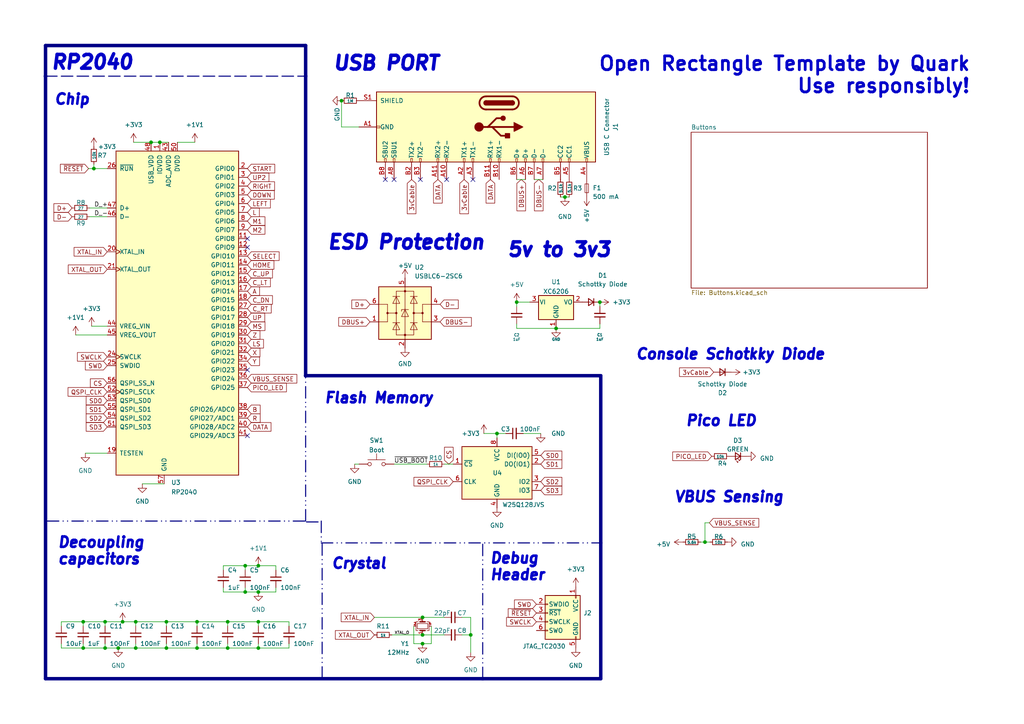
<source format=kicad_sch>
(kicad_sch (version 20231120) (generator "eeschema") (generator_version "8.0")
  (paper "A4")
  (lib_symbols
    (symbol "Connector:USB_C_Receptacle" (pin_names (offset 1.016))
      (property "Reference" "J" (at -10.16 29.21 0))
      (property "Value" "USB_C_Receptacle" (at 10.16 29.21 0))
      (symbol "USB_C_Receptacle_1_1"
        (pin passive line (at 0 -40.64 90) (length 5.08) (name "GND") (number "A1"))
        (pin bidirectional line (at 15.24 -15.24 180) (length 5.08) (name "RX2-") (number "A10"))
        (pin bidirectional line (at 15.24 -17.78 180) (length 5.08) (name "RX2+") (number "A11"))
        (pin passive line (at 0 -40.64 90) (length 5.08) hide (name "GND") (number "A12"))
        (pin bidirectional line (at 15.24 -10.16 180) (length 5.08) (name "TX1+") (number "A2"))
        (pin bidirectional line (at 15.24 -7.62 180) (length 5.08) (name "TX1-") (number "A3"))
        (pin passive line (at 15.24 25.4 180) (length 5.08) (name "VBUS") (number "A4"))
        (pin bidirectional line (at 15.24 20.32 180) (length 5.08) (name "CC1") (number "A5"))
        (pin bidirectional line (at 15.24 7.62 180) (length 5.08) (name "D+") (number "A6"))
        (pin bidirectional line (at 15.24 12.7 180) (length 5.08) (name "D-") (number "A7"))
        (pin bidirectional line (at 15.24 -30.48 180) (length 5.08) (name "SBU1") (number "A8"))
        (pin passive line (at 15.24 25.4 180) (length 5.08) hide (name "VBUS") (number "A9"))
        (pin passive line (at 0 -40.64 90) (length 5.08) hide (name "GND") (number "B1"))
        (pin bidirectional line (at 15.24 0 180) (length 5.08) (name "RX1-") (number "B10"))
        (pin bidirectional line (at 15.24 -2.54 180) (length 5.08) (name "RX1+") (number "B11"))
        (pin passive line (at 0 -40.64 90) (length 5.08) hide (name "GND") (number "B12"))
        (pin bidirectional line (at 15.24 -25.4 180) (length 5.08) (name "TX2+") (number "B2"))
        (pin bidirectional line (at 15.24 -22.86 180) (length 5.08) (name "TX2-") (number "B3"))
        (pin passive line (at 15.24 25.4 180) (length 5.08) hide (name "VBUS") (number "B4"))
        (pin bidirectional line (at 15.24 17.78 180) (length 5.08) (name "CC2") (number "B5"))
        (pin bidirectional line (at 15.24 5.08 180) (length 5.08) (name "D+") (number "B6"))
        (pin bidirectional line (at 15.24 10.16 180) (length 5.08) (name "D-") (number "B7"))
        (pin bidirectional line (at 15.24 -33.02 180) (length 5.08) (name "SBU2") (number "B8"))
        (pin passive line (at 15.24 25.4 180) (length 5.08) hide (name "VBUS") (number "B9"))
        (pin passive line (at -7.62 -40.64 90) (length 5.08) (name "SHIELD") (number "S1"))
      )
    )
    (symbol "Device:C_Small" (pin_numbers hide) (pin_names (offset 0.254) hide)
      (property "Reference" "C" (at 0.254 1.778 0))
      (property "Value" "C_Small" (at 0.254 -2.032 0))
      (symbol "C_Small_1_1"
        (pin passive line (at 0 2.54 270) (length 2.032) (name "~") (number "1"))
        (pin passive line (at 0 -2.54 90) (length 2.032) (name "~") (number "2"))
      )
    )
    (symbol "Device:Crystal_GND24_Small" (pin_names (offset 1.016) hide)
      (property "Reference" "Y" (at 1.27 4.445 0))
      (property "Value" "Crystal_GND24_Small" (at 1.27 2.54 0))
      (symbol "Crystal_GND24_Small_1_1"
        (pin passive line (at -2.54 0 0) (length 1.27) (name "1") (number "1"))
        (pin passive line (at 0 -2.54 90) (length 0.635) (name "2") (number "2"))
        (pin passive line (at 2.54 0 180) (length 1.27) (name "3") (number "3"))
        (pin passive line (at 0 2.54 270) (length 0.635) (name "4") (number "4"))
      )
    )
    (symbol "Device:D_Small" (pin_numbers hide) (pin_names (offset 0.254) hide)
      (property "Reference" "D" (at -1.27 2.032 0))
      (property "Value" "D_Small" (at -3.81 -2.032 0))
      (symbol "D_Small_1_1"
        (pin passive line (at -2.54 0 0) (length 1.778) (name "K") (number "1"))
        (pin passive line (at 2.54 0 180) (length 1.778) (name "A") (number "2"))
      )
    )
    (symbol "Device:Fuse_Small" (pin_numbers hide) (pin_names (offset 0.254) hide)
      (property "Reference" "F" (at 0 -1.524 0))
      (property "Value" "Fuse_Small" (at 0 1.524 0))
      (symbol "Fuse_Small_1_1"
        (pin passive line (at -2.54 0 0) (length 1.27) (name "~") (number "1"))
        (pin passive line (at 2.54 0 180) (length 1.27) (name "~") (number "2"))
      )
    )
    (symbol "Device:LED_Small" (pin_numbers hide) (pin_names (offset 0.254) hide)
      (property "Reference" "D" (at -1.27 3.175 0))
      (property "Value" "LED_Small" (at -4.445 -2.54 0))
      (symbol "LED_Small_1_1"
        (pin passive line (at -2.54 0 0) (length 1.778) (name "K") (number "1"))
        (pin passive line (at 2.54 0 180) (length 1.778) (name "A") (number "2"))
      )
    )
    (symbol "Device:R_Small" (pin_numbers hide) (pin_names (offset 0.254) hide)
      (property "Reference" "R" (at 0.762 0.508 0))
      (property "Value" "R_Small" (at 0.762 -1.016 0))
      (symbol "R_Small_1_1"
        (pin passive line (at 0 2.54 270) (length 0.762) (name "~") (number "1"))
        (pin passive line (at 0 -2.54 90) (length 0.762) (name "~") (number "2"))
      )
    )
    (symbol "Memory_Flash:W25Q128JVS"
      (property "Reference" "U" (at -8.89 8.89 0))
      (property "Value" "W25Q128JVS" (at 7.62 8.89 0))
      (symbol "W25Q128JVS_1_1"
        (pin input line (at -12.7 2.54 0) (length 2.54) (name "~{CS}") (number "1"))
        (pin bidirectional line (at 12.7 2.54 180) (length 2.54) (name "DO(IO1)") (number "2"))
        (pin bidirectional line (at 12.7 -2.54 180) (length 2.54) (name "IO2") (number "3"))
        (pin power_in line (at 0 -10.16 90) (length 2.54) (name "GND") (number "4"))
        (pin bidirectional line (at 12.7 5.08 180) (length 2.54) (name "DI(IO0)") (number "5"))
        (pin input line (at -12.7 -2.54 0) (length 2.54) (name "CLK") (number "6"))
        (pin bidirectional line (at 12.7 -5.08 180) (length 2.54) (name "IO3") (number "7"))
        (pin power_in line (at 0 10.16 270) (length 2.54) (name "VCC") (number "8"))
      )
    )
    (symbol "Power_Protection:USBLC6-2SC6" (pin_names hide)
      (property "Reference" "U" (at 2.54 8.89 0))
      (property "Value" "USBLC6-2SC6" (at 2.54 -8.89 0))
      (symbol "USBLC6-2SC6_1_1"
        (pin passive line (at -10.16 -2.54 0) (length 2.54) (name "I/O1") (number "1"))
        (pin passive line (at 0 -10.16 90) (length 2.54) (name "GND") (number "2"))
        (pin passive line (at 10.16 -2.54 180) (length 2.54) (name "I/O2") (number "3"))
        (pin passive line (at 10.16 2.54 180) (length 2.54) (name "I/O2") (number "4"))
        (pin passive line (at 0 10.16 270) (length 2.54) (name "VBUS") (number "5"))
        (pin passive line (at -10.16 2.54 0) (length 2.54) (name "I/O1") (number "6"))
      )
    )
    (symbol "Regulator_Linear:XC6206PxxxMR" (pin_names (offset 0.254))
      (property "Reference" "U" (at -3.81 3.175 0))
      (property "Value" "XC6206PxxxMR" (at 0 3.175 0))
      (symbol "XC6206PxxxMR_1_1"
        (pin power_in line (at 0 -7.62 90) (length 2.54) (name "GND") (number "1"))
        (pin power_out line (at 7.62 0 180) (length 2.54) (name "VO") (number "2"))
        (pin power_in line (at -7.62 0 0) (length 2.54) (name "VI") (number "3"))
      )
    )
    (symbol "Sleep-lib:RP2040" (pin_names (offset 1.016))
      (property "Reference" "U" (at 8.89 51.435 0))
      (property "Value" "RP2040" (at 8.89 48.895 0))
      (symbol "RP2040_1_1"
        (pin power_in line (at -5.08 50.8 270) (length 2.54) (name "IOVDD") (number "1"))
        (pin power_in line (at -5.08 50.8 270) (length 2.54) hide (name "IOVDD") (number "10"))
        (pin input line (at 20.32 22.86 180) (length 2.54) (name "GPIO8") (number "11"))
        (pin input line (at 20.32 20.32 180) (length 2.54) (name "GPIO9") (number "12"))
        (pin input line (at 20.32 17.78 180) (length 2.54) (name "GPIO10") (number "13"))
        (pin input line (at 20.32 15.24 180) (length 2.54) (name "GPIO11") (number "14"))
        (pin input line (at 20.32 12.7 180) (length 2.54) (name "GPIO12") (number "15"))
        (pin input line (at 20.32 10.16 180) (length 2.54) (name "GPIO13") (number "16"))
        (pin input line (at 20.32 7.62 180) (length 2.54) (name "GPIO14") (number "17"))
        (pin input line (at 20.32 5.08 180) (length 2.54) (name "GPIO15") (number "18"))
        (pin input line (at -20.32 -39.37 0) (length 2.54) (name "TESTEN") (number "19"))
        (pin input line (at 20.32 43.18 180) (length 2.54) (name "GPIO0") (number "2"))
        (pin input clock (at -20.32 19.05 0) (length 2.54) (name "XTAL_IN") (number "20"))
        (pin input clock (at -20.32 13.97 0) (length 2.54) (name "XTAL_OUT") (number "21"))
        (pin power_in line (at -5.08 50.8 270) (length 2.54) hide (name "IOVDD") (number "22"))
        (pin power_in line (at 0 50.8 270) (length 2.54) hide (name "DVDD") (number "23"))
        (pin input clock (at -20.32 -11.43 0) (length 2.54) (name "SWCLK") (number "24"))
        (pin bidirectional line (at -20.32 -13.97 0) (length 2.54) (name "SWDIO") (number "25"))
        (pin input line (at -20.32 43.18 0) (length 2.54) (name "~{RUN}") (number "26"))
        (pin input line (at 20.32 2.54 180) (length 2.54) (name "GPIO16") (number "27"))
        (pin input line (at 20.32 0 180) (length 2.54) (name "GPIO17") (number "28"))
        (pin input line (at 20.32 -2.54 180) (length 2.54) (name "GPIO18") (number "29"))
        (pin input line (at 20.32 40.64 180) (length 2.54) (name "GPIO1") (number "3"))
        (pin input line (at 20.32 -5.08 180) (length 2.54) (name "GPIO19") (number "30"))
        (pin input line (at 20.32 -7.62 180) (length 2.54) (name "GPIO20") (number "31"))
        (pin input line (at 20.32 -10.16 180) (length 2.54) (name "GPIO21") (number "32"))
        (pin power_in line (at -5.08 50.8 270) (length 2.54) hide (name "IOVDD") (number "33"))
        (pin input line (at 20.32 -12.7 180) (length 2.54) (name "GPIO22") (number "34"))
        (pin input line (at 20.32 -15.24 180) (length 2.54) (name "GPIO23") (number "35"))
        (pin input line (at 20.32 -17.78 180) (length 2.54) (name "GPIO24") (number "36"))
        (pin input line (at 20.32 -20.32 180) (length 2.54) (name "GPIO25") (number "37"))
        (pin input line (at 20.32 -26.67 180) (length 2.54) (name "GPIO26/ADC0") (number "38"))
        (pin input line (at 20.32 -29.21 180) (length 2.54) (name "GPIO27/ADC1") (number "39"))
        (pin input line (at 20.32 38.1 180) (length 2.54) (name "GPIO2") (number "4"))
        (pin input line (at 20.32 -31.75 180) (length 2.54) (name "GPIO28/ADC2") (number "40"))
        (pin input line (at 20.32 -34.29 180) (length 2.54) (name "GPIO29/ADC3") (number "41"))
        (pin power_in line (at -5.08 50.8 270) (length 2.54) hide (name "IOVDD") (number "42"))
        (pin power_in line (at -2.54 50.8 270) (length 2.54) (name "ADC_AVDD") (number "43"))
        (pin power_in line (at -20.32 -2.54 0) (length 2.54) (name "VREG_VIN") (number "44"))
        (pin power_out line (at -20.32 -5.08 0) (length 2.54) (name "VREG_VOUT") (number "45"))
        (pin bidirectional line (at -20.32 29.21 0) (length 2.54) (name "D-") (number "46"))
        (pin bidirectional line (at -20.32 31.75 0) (length 2.54) (name "D+") (number "47"))
        (pin power_in line (at -7.62 50.8 270) (length 2.54) (name "USB_VDD") (number "48"))
        (pin power_in line (at -5.08 50.8 270) (length 2.54) hide (name "IOVDD") (number "49"))
        (pin input line (at 20.32 35.56 180) (length 2.54) (name "GPIO3") (number "5"))
        (pin power_in line (at 0 50.8 270) (length 2.54) (name "DVDD") (number "50"))
        (pin bidirectional line (at -20.32 -31.75 0) (length 2.54) (name "QSPI_SD3") (number "51"))
        (pin input clock (at -20.32 -21.59 0) (length 2.54) (name "QSPI_SCLK") (number "52"))
        (pin bidirectional line (at -20.32 -24.13 0) (length 2.54) (name "QSPI_SD0") (number "53"))
        (pin bidirectional line (at -20.32 -29.21 0) (length 2.54) (name "QSPI_SD2") (number "54"))
        (pin bidirectional line (at -20.32 -26.67 0) (length 2.54) (name "QSPI_SD1") (number "55"))
        (pin bidirectional line (at -20.32 -19.05 0) (length 2.54) (name "QSPI_SS_N") (number "56"))
        (pin power_in line (at -3.81 -48.26 90) (length 2.54) (name "GND") (number "57"))
        (pin input line (at 20.32 33.02 180) (length 2.54) (name "GPIO4") (number "6"))
        (pin input line (at 20.32 30.48 180) (length 2.54) (name "GPIO5") (number "7"))
        (pin input line (at 20.32 27.94 180) (length 2.54) (name "GPIO6") (number "8"))
        (pin input line (at 20.32 25.4 180) (length 2.54) (name "GPIO7") (number "9"))
      )
    )
    (symbol "Switch:SW_Push" (pin_numbers hide) (pin_names (offset 1.016) hide)
      (property "Reference" "SW" (at 1.27 2.54 0))
      (property "Value" "SW_Push" (at 0 -1.524 0))
      (symbol "SW_Push_0_1"
        (pin passive line (at -5.08 0 0) (length 2.54) (name "1") (number "1"))
        (pin passive line (at 5.08 0 180) (length 2.54) (name "2") (number "2"))
      )
    )
    (symbol "marbastlib-various:JTAG_TC2030" (pin_names (offset 1.016))
      (property "Reference" "J" (at -3.81 -6.35 0))
      (property "Value" "JTAG_TC2030" (at -10.16 8.89 0))
      (symbol "JTAG_TC2030_1_1"
        (pin passive line (at 5.08 10.16 270) (length 2.54) (name "VCC") (number "1"))
        (pin passive line (at -6.35 5.08 0) (length 2.54) (name "SWDIO") (number "2"))
        (pin passive line (at -6.35 2.54 0) (length 2.54) (name "~{RST}") (number "3"))
        (pin passive line (at -6.35 0 0) (length 2.54) (name "SWCLK") (number "4"))
        (pin passive line (at 5.08 -7.62 90) (length 2.54) (name "GND") (number "5"))
        (pin passive line (at -6.35 -2.54 0) (length 2.54) (name "SWO") (number "6"))
      )
    )
    (symbol "power:+1V1" (power) (pin_names (offset 0))
      (property "Value" "+1V1" (at 0 3.556 0))
      (symbol "+1V1_1_1"
        (pin power_in line (at 0 0 90) (length 0) hide (name "+1V1") (number "1"))
      )
    )
    (symbol "power:+3.3V" (power) (pin_names (offset 0))
      (property "Value" "+3.3V" (at 0 3.556 0))
      (symbol "+3.3V_1_1"
        (pin power_in line (at 0 0 90) (length 0) hide (name "+3V3") (number "1"))
      )
    )
    (symbol "power:+3V3" (power) (pin_names (offset 0))
      (property "Value" "+3V3" (at 0 3.556 0))
      (symbol "+3V3_1_1"
        (pin power_in line (at 0 0 90) (length 0) hide (name "+3V3") (number "1"))
      )
    )
    (symbol "power:+5V" (power) (pin_names (offset 0))
      (property "Value" "+5V" (at 0 3.556 0))
      (symbol "+5V_1_1"
        (pin power_in line (at 0 0 90) (length 0) hide (name "+5V") (number "1"))
      )
    )
    (symbol "power:GND" (power) (pin_names (offset 0))
      (property "Value" "GND" (at 0 -3.81 0))
      (symbol "GND_1_1"
        (pin power_in line (at 0 0 270) (length 0) hide (name "GND") (number "1"))
      )
    )
  )
  (junction (at 74.93 164.084))
  (junction (at 140.001 196.85))
  (junction (at 39.37 187.96))
  (junction (at 57.15 180.34))
  (junction (at 66.04 187.96))
  (junction (at 24.13 180.34))
  (junction (at 30.48 180.34))
  (junction (at 35.56 180.34))
  (junction (at 122.555 179.07))
  (junction (at 174.244 157.4631))
  (junction (at 30.48 187.96))
  (junction (at 136.525 184.15))
  (junction (at 48.26 180.34))
  (junction (at 34.29 187.96))
  (junction (at 204.47 157.226))
  (junction (at 74.93 180.34))
  (junction (at 46.355 41.275))
  (junction (at 13.208 22.098))
  (junction (at 149.86 87.63) (diameter 0.9144))
  (junction (at 71.12 164.084))
  (junction (at 122.555 186.69))
  (junction (at 57.15 187.96))
  (junction (at 43.815 41.275))
  (junction (at 74.93 187.96))
  (junction (at 24.13 187.96))
  (junction (at 71.12 171.704))
  (junction (at 173.99 87.63))
  (junction (at 74.93 171.704))
  (junction (at 88.646 22.098))
  (junction (at 27.2222 48.895))
  (junction (at 144.145 125.73))
  (junction (at 99.06 29.21))
  (junction (at 161.29 95.25) (diameter 0.9144))
  (junction (at 48.26 187.96))
  (junction (at 39.37 180.34))
  (junction (at 122.555 184.15))
  (junction (at 66.04 180.34))
  (junction (at 88.646 108.966))
  (junction (at 163.8554 57.15))
  (no_connect (at 71.755 69.215))
  (no_connect (at 71.755 107.315))
  (no_connect (at 114.3 52.07))
  (no_connect (at 71.755 71.755))
  (no_connect (at 129.54 52.07))
  (no_connect (at 71.755 126.365))
  (no_connect (at 137.16 52.07))
  (no_connect (at 111.76 52.07))
  (no_connect (at 121.92 52.07))
  (wire (pts (xy 31.115 97.155) (xy 21.9456 97.155)))
  (wire (pts (xy 57.15 180.34) (xy 57.15 181.61)))
  (wire (pts (xy 17.78 187.96) (xy 24.13 187.96)))
  (wire (pts (xy 43.815 41.275) (xy 46.355 41.275)))
  (wire (pts (xy 136.525 179.07) (xy 136.525 184.15)))
  (wire (pts (xy 64.77 164.084) (xy 64.77 165.354)))
  (wire (pts (xy 57.15 186.69) (xy 57.15 187.96)))
  (wire (pts (xy 24.765 131.445) (xy 31.115 131.445)))
  (wire (pts (xy 125.095 181.61) (xy 125.095 186.69)))
  (wire (pts (xy 120.015 181.61) (xy 120.015 186.69)))
  (wire (pts (xy 24.13 187.96) (xy 30.48 187.96)))
  (wire (pts (xy 27.2222 47.625) (xy 27.2222 48.895)))
  (wire (pts (xy 71.12 164.084) (xy 71.12 165.354)))
  (wire (pts (xy 57.15 187.96) (xy 66.04 187.96)))
  (bus (pts (xy 174.244 157.4631) (xy 174.244 108.966)) (stroke (width 1)))
  (wire (pts (xy 74.93 187.96) (xy 83.82 187.96)))
  (wire (pts (xy 136.525 184.15) (xy 133.985 184.15)))
  (wire (pts (xy 17.78 180.34) (xy 24.13 180.34)))
  (wire (pts (xy 41.275 140.335) (xy 47.625 140.335)))
  (wire (pts (xy 114.3 134.62) (xy 123.825 134.62)))
  (wire (pts (xy 64.77 171.704) (xy 71.12 171.704)))
  (wire (pts (xy 102.87 134.62) (xy 104.14 134.62)))
  (wire (pts (xy 161.29 95.25) (xy 149.86 95.25)))
  (wire (pts (xy 128.905 184.15) (xy 122.555 184.15)))
  (wire (pts (xy 25.9842 62.865) (xy 31.115 62.865)))
  (wire (pts (xy 144.145 125.73) (xy 146.685 125.73)))
  (bus (pts (xy 88.646 108.966) (xy 174.244 108.966)) (stroke (width 1)))
  (bus (pts (xy 174.244 157.4631) (xy 174.244 157.48)))
  (wire (pts (xy 30.48 180.34) (xy 35.56 180.34)))
  (bus (pts (xy 88.646 13.208) (xy 88.646 22.098)) (stroke (width 1)))
  (wire (pts (xy 25.9842 60.325) (xy 31.115 60.325)))
  (wire (pts (xy 80.01 164.084) (xy 80.01 165.354)))
  (wire (pts (xy 74.93 180.34) (xy 83.82 180.34)))
  (wire (pts (xy 149.86 87.63) (xy 149.86 88.9)))
  (wire (pts (xy 66.04 186.69) (xy 66.04 187.96)))
  (wire (pts (xy 39.37 187.96) (xy 48.26 187.96)))
  (wire (pts (xy 35.56 180.34) (xy 39.37 180.34)))
  (wire (pts (xy 203.2 157.226) (xy 204.47 157.226)))
  (wire (pts (xy 83.82 180.34) (xy 83.82 181.61)))
  (wire (pts (xy 51.435 41.275) (xy 56.515 41.275)))
  (wire (pts (xy 38.735 41.275) (xy 43.815 41.275)))
  (wire (pts (xy 39.37 187.96) (xy 39.37 186.69)))
  (wire (pts (xy 66.04 180.34) (xy 74.93 180.34)))
  (wire (pts (xy 74.93 171.704) (xy 80.01 171.704)))
  (wire (pts (xy 34.29 187.96) (xy 39.37 187.96)))
  (wire (pts (xy 48.26 180.34) (xy 48.26 181.61)))
  (wire (pts (xy 39.37 180.34) (xy 39.37 181.61)))
  (wire (pts (xy 83.82 187.96) (xy 83.82 186.69)))
  (wire (pts (xy 39.37 180.34) (xy 48.26 180.34)))
  (bus (pts (xy 140.001 196.85) (xy 174.244 196.85)) (stroke (width 1)))
  (bus (pts (xy 88.646 151.13) (xy 88.646 108.966)) (stroke (width 0) (type dash_dot_dot)))
  (wire (pts (xy 125.095 186.69) (xy 122.555 186.69)))
  (wire (pts (xy 74.93 164.084) (xy 80.01 164.084)))
  (bus (pts (xy 93.1852 151.13) (xy 93.1852 157.4631)) (stroke (width 0) (type dash_dot_dot)))
  (wire (pts (xy 108.585 179.07) (xy 122.555 179.07)))
  (wire (pts (xy 204.47 157.226) (xy 205.9178 157.226)))
  (wire (pts (xy 144.145 125.73) (xy 144.145 127)))
  (wire (pts (xy 71.12 171.704) (xy 74.93 171.704)))
  (wire (pts (xy 30.48 180.34) (xy 24.13 180.34)))
  (wire (pts (xy 149.86 93.98) (xy 149.86 95.25)))
  (wire (pts (xy 30.48 180.34) (xy 30.48 181.61)))
  (wire (pts (xy 48.26 187.96) (xy 57.15 187.96)))
  (wire (pts (xy 71.12 170.434) (xy 71.12 171.704)))
  (wire (pts (xy 162.56 57.15) (xy 163.8554 57.15)))
  (wire (pts (xy 128.905 134.62) (xy 131.445 134.62)))
  (wire (pts (xy 173.99 93.9546) (xy 173.99 95.25)))
  (wire (pts (xy 133.985 179.07) (xy 136.525 179.07)))
  (wire (pts (xy 99.06 36.83) (xy 99.06 29.21)))
  (wire (pts (xy 151.765 125.73) (xy 156.845 125.73)))
  (wire (pts (xy 74.93 180.34) (xy 74.93 181.61)))
  (bus (pts (xy 93.1852 157.4631) (xy 174.244 157.4631)) (stroke (width 0) (type dash_dot_dot)))
  (wire (pts (xy 120.015 186.69) (xy 122.555 186.69)))
  (wire (pts (xy 25.6793 48.895) (xy 27.2222 48.895)))
  (wire (pts (xy 157.48 52.07) (xy 154.94 52.07)))
  (wire (pts (xy 48.26 187.96) (xy 48.26 186.69)))
  (wire (pts (xy 80.01 171.704) (xy 80.01 170.434)))
  (wire (pts (xy 71.12 164.084) (xy 64.77 164.084)))
  (wire (pts (xy 26.5684 94.615) (xy 31.115 94.615)))
  (bus (pts (xy 13.208 22.098) (xy 88.646 22.098)) (stroke (width 0) (type dash)))
  (wire (pts (xy 140.335 125.73) (xy 144.145 125.73)))
  (bus (pts (xy 13.716 151.13) (xy 88.646 151.13)) (stroke (width 0) (type dash_dot_dot)))
  (bus (pts (xy 174.244 196.85) (xy 174.244 157.4631)) (stroke (width 1)))
  (bus (pts (xy 88.646 22.098) (xy 88.646 108.966)) (stroke (width 1)))
  (wire (pts (xy 57.15 180.34) (xy 66.04 180.34)))
  (wire (pts (xy 17.78 181.61) (xy 17.78 180.34)))
  (wire (pts (xy 66.04 187.96) (xy 74.93 187.96)))
  (wire (pts (xy 46.355 41.275) (xy 48.895 41.275)))
  (wire (pts (xy 74.93 187.96) (xy 74.93 186.69)))
  (wire (pts (xy 163.8554 57.15) (xy 165.1 57.15)))
  (wire (pts (xy 17.78 186.69) (xy 17.78 187.96)))
  (wire (pts (xy 27.2222 48.895) (xy 31.115 48.895)))
  (wire (pts (xy 74.93 164.084) (xy 71.12 164.084)))
  (wire (pts (xy 104.14 36.83) (xy 99.06 36.83)))
  (wire (pts (xy 205.74 151.638) (xy 204.47 151.638)))
  (bus (pts (xy 140.001 196.85) (xy 140.001 157.48)) (stroke (width 0) (type dash_dot_dot)))
  (wire (pts (xy 24.13 180.34) (xy 24.13 181.61)))
  (wire (pts (xy 204.47 151.638) (xy 204.47 157.226)))
  (bus (pts (xy 13.208 13.208) (xy 13.208 22.098)) (stroke (width 1)))
  (wire (pts (xy 66.04 180.34) (xy 66.04 181.61)))
  (wire (pts (xy 30.48 186.69) (xy 30.48 187.96)))
  (wire (pts (xy 64.77 170.434) (xy 64.77 171.704)))
  (bus (pts (xy 93.4392 157.7171) (xy 93.4392 197.104)) (stroke (width 0) (type dash_dot_dot)))
  (wire (pts (xy 128.905 179.07) (xy 122.555 179.07)))
  (wire (pts (xy 173.99 88.8746) (xy 173.99 87.63)))
  (wire (pts (xy 122.555 184.15) (xy 113.665 184.15)))
  (wire (pts (xy 30.48 187.96) (xy 34.29 187.96)))
  (wire (pts (xy 24.13 186.69) (xy 24.13 187.96)))
  (bus (pts (xy 13.208 196.85) (xy 140.001 196.85)) (stroke (width 1)))
  (wire (pts (xy 136.525 184.15) (xy 136.525 189.23)))
  (bus (pts (xy 13.208 13.208) (xy 88.646 13.208)) (stroke (width 1)))
  (wire (pts (xy 48.26 180.34) (xy 57.15 180.34)))
  (bus (pts (xy 13.208 22.098) (xy 13.208 196.85)) (stroke (width 1)))
  (wire (pts (xy 161.29 95.25) (xy 173.99 95.25)))
  (wire (pts (xy 152.4 52.07) (xy 149.86 52.07)))
  (wire (pts (xy 149.86 87.63) (xy 153.67 87.63)))
  (bus (pts (xy 88.9 151.384) (xy 93.4392 151.384)) (stroke (width 0) (type dash_dot_dot)))
  (text "Console Schotkky Diode" (at 184.15 104.648 0) (effects (font (size 3 3) (thickness 2) (bold yes) (italic yes)) (justify left bottom)))
  (text "Crystal" (at 95.885 165.354 0) (effects (font (size 3 3) (thickness 2) (bold yes) (italic yes)) (justify left bottom)))
  (text "USB PORT" (at 96.266 20.828 0) (effects (font (size 4 4) (thickness 2) (bold yes) (italic yes)) (justify left bottom)))
  (text "Flash Memory" (at 93.853 117.348 0) (effects (font (size 3 3) (thickness 2) (bold yes) (italic yes)) (justify left bottom)))
  (text "Pico LED" (at 198.628 123.952 0) (effects (font (size 3 3) (thickness 2) (bold yes) (italic yes)) (justify left bottom)))
  (text "Open Rectangle Template by Quark\nUse responsibly!" (at 281.686 27.432 0) (effects (font (size 4 4) (thickness 0.8) (bold yes)) (justify right bottom)))
  (text "RP2040" (at 14.478 20.574 0) (effects (font (size 4 4) (thickness 2) (bold yes) (italic yes)) (justify left bottom)))
  (text "Debug\nHeader" (at 141.859 168.656 0) (effects (font (size 3 3) (thickness 2) (bold yes) (italic yes)) (justify left bottom)))
  (text "VBUS Sensing" (at 195.326 146.05 0) (effects (font (size 3 3) (thickness 2) (bold yes) (italic yes)) (justify left bottom)))
  (text "Chip" (at 15.494 30.734 0) (effects (font (size 3 3) (thickness 2) (bold yes) (italic yes)) (justify left bottom)))
  (text "5v to 3v3" (at 146.812 74.93 0) (effects (font (size 4 4) (thickness 2) (bold yes) (italic yes)) (justify left bottom)))
  (text "ESD Protection" (at 94.615 72.771 0) (effects (font (size 4 4) (thickness 2) (bold yes) (italic yes)) (justify left bottom)))
  (text "Decoupling\ncapacitors" (at 16.51 164.084 0) (effects (font (size 3 3) (thickness 2) (bold yes) (italic yes)) (justify left bottom)))
  (label "D_+" (at 27.305 60.325 0))
  (label "~{USB_BOOT}" (at 114.3 134.62 0))
  (label "D_-" (at 27.305 62.865 0))
  (label "XTAL_O" (at 118.745 184.15 180) (effects (font (size 0.8 0.8))))
  (global_label "D+" (shape input) (at 107.315 88.265 180) (property "Intersheetrefs" "${INTERSHEET_REFS}" (effects (hide yes))))
  (global_label "C_UP" (shape input) (at 71.755 79.375 0) (property "Intersheetrefs" "${INTERSHEET_REFS}" (effects (hide yes))))
  (global_label "3vCable" (shape input) (at 134.62 52.07 270) (property "Intersheetrefs" "${INTERSHEET_REFS}" (effects (hide yes))))
  (global_label "~{RESET}" (shape input) (at 155.575 177.8 180) (property "Intersheetrefs" "${INTERSHEET_REFS}" (effects (hide yes))))
  (global_label "SWD" (shape input) (at 155.575 175.26 180) (property "Intersheetrefs" "${INTERSHEET_REFS}" (effects (hide yes))))
  (global_label "SD0" (shape input) (at 31.115 116.205 180) (property "Intersheetrefs" "${INTERSHEET_REFS}" (effects (hide yes))))
  (global_label "START" (shape input) (at 71.755 48.895 0) (property "Intersheetrefs" "${INTERSHEET_REFS}" (effects (hide yes))))
  (global_label "QSPI_CLK" (shape input) (at 131.445 139.7 180) (property "Intersheetrefs" "${INTERSHEET_REFS}" (effects (hide yes))))
  (global_label "SD0" (shape input) (at 156.845 132.08 0) (property "Intersheetrefs" "${INTERSHEET_REFS}" (effects (hide yes))))
  (global_label "D-" (shape input) (at 20.9042 62.865 180) (property "Intersheetrefs" "${INTERSHEET_REFS}" (effects (hide yes))))
  (global_label "DATA" (shape input) (at 71.755 123.825 0) (property "Intersheetrefs" "${INTERSHEET_REFS}" (effects (hide yes))))
  (global_label "SWD" (shape input) (at 31.115 106.045 180) (property "Intersheetrefs" "${INTERSHEET_REFS}" (effects (hide yes))))
  (global_label "SD3" (shape input) (at 156.845 142.24 0) (property "Intersheetrefs" "${INTERSHEET_REFS}" (effects (hide yes))))
  (global_label "M1" (shape input) (at 71.755 64.135 0) (property "Intersheetrefs" "${INTERSHEET_REFS}" (effects (hide yes))))
  (global_label "PICO_LED" (shape input) (at 71.755 112.395 0) (property "Intersheetrefs" "${INTERSHEET_REFS}" (effects (hide yes))))
  (global_label "PICO_LED" (shape input) (at 206.4258 132.334 180) (property "Intersheetrefs" "${INTERSHEET_REFS}" (effects (hide yes))))
  (global_label "VBUS_SENSE" (shape input) (at 205.74 151.638 0) (property "Intersheetrefs" "${INTERSHEET_REFS}" (effects (hide yes))))
  (global_label "MS" (shape input) (at 71.755 94.615 0) (property "Intersheetrefs" "${INTERSHEET_REFS}" (effects (hide yes))))
  (global_label "DATA" (shape input) (at 142.24 52.07 270) (property "Intersheetrefs" "${INTERSHEET_REFS}" (effects (hide yes))))
  (global_label "SD1" (shape input) (at 31.115 118.745 180) (property "Intersheetrefs" "${INTERSHEET_REFS}" (effects (hide yes))))
  (global_label "SD3" (shape input) (at 31.115 123.825 180) (property "Intersheetrefs" "${INTERSHEET_REFS}" (effects (hide yes))))
  (global_label "XTAL_OUT" (shape input) (at 31.115 78.105 180) (property "Intersheetrefs" "${INTERSHEET_REFS}" (effects (hide yes))))
  (global_label "C_LT" (shape input) (at 71.755 81.915 0) (property "Intersheetrefs" "${INTERSHEET_REFS}" (effects (hide yes))))
  (global_label "DBUS-" (shape input) (at 127.635 93.345 0) (property "Intersheetrefs" "${INTERSHEET_REFS}" (effects (hide yes))))
  (global_label "R" (shape input) (at 71.755 121.285 0) (property "Intersheetrefs" "${INTERSHEET_REFS}" (effects (hide yes))))
  (global_label "A" (shape input) (at 71.755 84.455 0) (property "Intersheetrefs" "${INTERSHEET_REFS}" (effects (hide yes))))
  (global_label "D-" (shape input) (at 127.635 88.265 0) (property "Intersheetrefs" "${INTERSHEET_REFS}" (effects (hide yes))))
  (global_label "M2" (shape input) (at 71.755 66.675 0) (property "Intersheetrefs" "${INTERSHEET_REFS}" (effects (hide yes))))
  (global_label "CS" (shape input) (at 31.115 111.125 180) (property "Intersheetrefs" "${INTERSHEET_REFS}" (effects (hide yes))))
  (global_label "SD2" (shape input) (at 156.845 139.7 0) (property "Intersheetrefs" "${INTERSHEET_REFS}" (effects (hide yes))))
  (global_label "L" (shape input) (at 71.755 61.595 0) (property "Intersheetrefs" "${INTERSHEET_REFS}" (effects (hide yes))))
  (global_label "3vCable" (shape input) (at 207.01 107.95 180) (property "Intersheetrefs" "${INTERSHEET_REFS}" (effects (hide yes))))
  (global_label "DBUS-" (shape input) (at 156.2608 52.07 270) (property "Intersheetrefs" "${INTERSHEET_REFS}" (effects (hide yes))))
  (global_label "UP2" (shape input) (at 71.755 51.435 0) (property "Intersheetrefs" "${INTERSHEET_REFS}" (effects (hide yes))))
  (global_label "Z" (shape input) (at 71.755 97.155 0) (property "Intersheetrefs" "${INTERSHEET_REFS}" (effects (hide yes))))
  (global_label "CS" (shape input) (at 130.175 134.62 90) (property "Intersheetrefs" "${INTERSHEET_REFS}" (effects (hide yes))))
  (global_label "SELECT" (shape input) (at 71.755 74.295 0) (property "Intersheetrefs" "${INTERSHEET_REFS}" (effects (hide yes))))
  (global_label "C_RT" (shape input) (at 71.755 89.535 0) (property "Intersheetrefs" "${INTERSHEET_REFS}" (effects (hide yes))))
  (global_label "C_DN" (shape input) (at 71.755 86.995 0) (property "Intersheetrefs" "${INTERSHEET_REFS}" (effects (hide yes))))
  (global_label "XTAL_IN" (shape input) (at 31.115 73.025 180) (property "Intersheetrefs" "${INTERSHEET_REFS}" (effects (hide yes))))
  (global_label "VBUS_SENSE" (shape input) (at 71.755 109.855 0) (property "Intersheetrefs" "${INTERSHEET_REFS}" (effects (hide yes))))
  (global_label "HOME" (shape input) (at 71.755 76.835 0) (property "Intersheetrefs" "${INTERSHEET_REFS}" (effects (hide yes))))
  (global_label "RIGHT" (shape input) (at 71.755 53.975 0) (property "Intersheetrefs" "${INTERSHEET_REFS}" (effects (hide yes))))
  (global_label "D+" (shape input) (at 20.9042 60.325 180) (property "Intersheetrefs" "${INTERSHEET_REFS}" (effects (hide yes))))
  (global_label "QSPI_CLK" (shape input) (at 31.115 113.665 180) (property "Intersheetrefs" "${INTERSHEET_REFS}" (effects (hide yes))))
  (global_label "B" (shape input) (at 71.755 118.745 0) (property "Intersheetrefs" "${INTERSHEET_REFS}" (effects (hide yes))))
  (global_label "DBUS+" (shape input) (at 107.315 93.345 180) (property "Intersheetrefs" "${INTERSHEET_REFS}" (effects (hide yes))))
  (global_label "DBUS+" (shape input) (at 151.1808 52.07 270) (property "Intersheetrefs" "${INTERSHEET_REFS}" (effects (hide yes))))
  (global_label "~{RESET}" (shape input) (at 25.6793 48.895 180) (property "Intersheetrefs" "${INTERSHEET_REFS}" (effects (hide yes))))
  (global_label "XTAL_OUT" (shape input) (at 108.585 184.15 180) (property "Intersheetrefs" "${INTERSHEET_REFS}" (effects (hide yes))))
  (global_label "3vCable" (shape input) (at 119.38 52.07 270) (property "Intersheetrefs" "${INTERSHEET_REFS}" (effects (hide yes))))
  (global_label "SWCLK" (shape input) (at 31.115 103.505 180) (property "Intersheetrefs" "${INTERSHEET_REFS}" (effects (hide yes))))
  (global_label "LS" (shape input) (at 71.755 99.695 0) (property "Intersheetrefs" "${INTERSHEET_REFS}" (effects (hide yes))))
  (global_label "LEFT" (shape input) (at 71.755 59.055 0) (property "Intersheetrefs" "${INTERSHEET_REFS}" (effects (hide yes))))
  (global_label "SD2" (shape input) (at 31.115 121.285 180) (property "Intersheetrefs" "${INTERSHEET_REFS}" (effects (hide yes))))
  (global_label "Y" (shape input) (at 71.755 104.775 0) (property "Intersheetrefs" "${INTERSHEET_REFS}" (effects (hide yes))))
  (global_label "SWCLK" (shape input) (at 155.575 180.34 180) (property "Intersheetrefs" "${INTERSHEET_REFS}" (effects (hide yes))))
  (global_label "DOWN" (shape input) (at 71.755 56.515 0) (property "Intersheetrefs" "${INTERSHEET_REFS}" (effects (hide yes))))
  (global_label "SD1" (shape input) (at 156.845 134.62 0) (property "Intersheetrefs" "${INTERSHEET_REFS}" (effects (hide yes))))
  (global_label "DATA" (shape input) (at 127 52.07 270) (property "Intersheetrefs" "${INTERSHEET_REFS}" (effects (hide yes))))
  (global_label "UP" (shape input) (at 71.755 92.075 0) (property "Intersheetrefs" "${INTERSHEET_REFS}" (effects (hide yes))))
  (global_label "X" (shape input) (at 71.755 102.235 0) (property "Intersheetrefs" "${INTERSHEET_REFS}" (effects (hide yes))))
  (global_label "XTAL_IN" (shape input) (at 108.585 179.07 180) (property "Intersheetrefs" "${INTERSHEET_REFS}" (effects (hide yes))))
  (symbol (lib_id "Device:R_Small") (at 200.66 157.226 90) (unit 1)
    (property "Reference" "R5" (at 201.9647 155.6231 90) (effects (justify left)))
    (property "Value" "5.6k" (at 202.0165 157.2929 90) (effects (font (size 0.8 0.8)) (justify left)))
    (property "Footprint" "Resistor_SMD:R_0603_1608Metric" (effects (hide yes)))
    (property "LCSC" "C23189" (effects (hide yes)))
  )
  (symbol (lib_id "Device:R_Small") (at 23.4442 62.865 90) (unit 1)
    (property "Reference" "R9" (at 23.4442 64.7446 90))
    (property "Value" "27" (at 23.4442 62.9666 90) (effects (font (size 0.8 0.8))))
    (property "Footprint" "Resistor_SMD:R_0603_1608Metric" (effects (hide yes)))
    (property "LCSC" "C25190" (effects (hide yes)))
  )
  (symbol (lib_id "power:GND") (at 216.5858 132.334 90) (unit 1)
    (property "Reference" "#PWR018" (effects (hide yes)))
    (property "Value" "GND" (at 220.3958 132.969 90) (effects (justify right)))
  )
  (symbol (lib_id "Sleep-lib:RP2040") (at 51.435 92.075 0) (unit 1)
    (property "Reference" "U3" (at 49.6444 139.9445 0) (effects (justify left)))
    (property "Value" "RP2040" (at 49.6444 142.7196 0) (effects (justify left)))
    (property "Footprint" "footprints:RP2040-QFN-56" (effects (hide yes)))
    (property "Datasheet" "https://datasheets.raspberrypi.com/rp2040/rp2040-datasheet.pdf" (effects (hide yes)))
    (property "LCSC" "C2040" (effects (hide yes)))
  )
  (symbol (lib_id "power:GND") (at 102.87 134.62 0) (unit 1)
    (property "Reference" "#PWR019" (effects (hide yes)))
    (property "Value" "GND" (at 102.87 139.7 0))
  )
  (symbol (lib_id "Device:Fuse_Small") (at 170.18 54.61 270) (unit 1)
    (property "Reference" "F1" (at 171.9072 54.5084 90) (effects (justify left)))
    (property "Value" "500 mA" (at 171.9072 57.0484 90) (effects (justify left)))
    (property "Footprint" "Fuse:Fuse_1206_3216Metric" (effects (hide yes)))
    (property "LCSC" "C70076" (effects (hide yes)))
  )
  (symbol (lib_id "Device:C_Small") (at 71.12 167.894 0) (unit 1)
    (property "Reference" "C5" (at 72.39 165.3539 0) (effects (justify left)))
    (property "Value" "100nF" (at 72.39 170.4339 0) (effects (justify left)))
    (property "Footprint" "Capacitor_SMD:C_0402_1005Metric" (effects (hide yes)))
    (property "LCSC" "C1525" (effects (hide yes)))
  )
  (symbol (lib_id "Device:D_Small") (at 171.45 87.63 180) (unit 1)
    (property "Reference" "D1" (at 174.8028 79.883 0))
    (property "Value" "Schottky Diode" (at 174.8028 82.423 0))
    (property "Footprint" "Diode_SMD:D_SOD-123" (effects (hide yes)))
    (property "LCSC" "C8598" (effects (hide yes)))
  )
  (symbol (lib_id "Device:C_Small") (at 57.15 184.15 0) (unit 1)
    (property "Reference" "C14" (at 58.42 181.6099 0) (effects (justify left)))
    (property "Value" "100nF" (at 58.42 186.6899 0) (effects (justify left)))
    (property "Footprint" "Capacitor_SMD:C_0402_1005Metric" (effects (hide yes)))
    (property "LCSC" "C1525" (effects (hide yes)))
  )
  (symbol (lib_id "Device:Crystal_GND24_Small") (at 122.555 181.61 270) (mirror x) (unit 1)
    (property "Reference" "Y1" (at 118.745 186.69 90) (effects (justify right)))
    (property "Value" "12MHz" (at 118.745 189.23 90) (effects (justify right)))
    (property "Footprint" "Crystal:Crystal_SMD_3225-4Pin_3.2x2.5mm" (effects (hide yes)))
    (property "LCSC" "C9002" (effects (hide yes)))
  )
  (symbol (lib_id "power:+1V1") (at 21.9456 97.155 0) (unit 1)
    (property "Reference" "#PWR012" (effects (hide yes)))
    (property "Value" "+1V1" (at 21.9456 92.075 0))
  )
  (symbol (lib_id "Device:C_Small") (at 149.86 91.44 180) (unit 1)
    (property "Reference" "C2" (at 149.86 97.155 0) (effects (font (size 0.762 0.762))))
    (property "Value" "1uF" (at 149.86 98.425 0) (effects (font (size 0.762 0.762))))
    (property "Footprint" "Capacitor_SMD:C_0402_1005Metric" (effects (hide yes)))
    (property "LCSC" "C52923" (effects (hide yes)))
  )
  (symbol (lib_id "marbastlib-various:JTAG_TC2030") (at 161.925 180.34 0) (unit 1) (in_bom no)
    (property "Reference" "J2" (at 169.2148 177.7999 0) (effects (justify left)))
    (property "Value" "JTAG_TC2030" (at 151.511 187.452 0) (effects (justify left)))
    (property "Footprint" "PCM_marbastlib-various:CON_TC2030_outlined" (effects (hide yes)))
    (property "Datasheet" " ~" (effects (hide yes)))
  )
  (symbol (lib_id "Device:C_Small") (at 149.225 125.73 90) (unit 1)
    (property "Reference" "C3" (at 147.9549 124.46 90) (effects (justify left)))
    (property "Value" "100nF" (at 156.8449 124.46 90) (effects (justify left)))
    (property "Footprint" "Capacitor_SMD:C_0402_1005Metric" (effects (hide yes)))
    (property "LCSC" "C1525" (effects (hide yes)))
  )
  (symbol (lib_id "power:+3V3") (at 167.005 170.18 0) (unit 1)
    (property "Reference" "#PWR025" (effects (hide yes)))
    (property "Value" "+3V3" (at 167.005 165.1 0))
  )
  (symbol (lib_id "Device:R_Small") (at 111.125 184.15 270) (mirror x) (unit 1)
    (property "Reference" "R11" (at 111.125 181.61 90))
    (property "Value" "1k" (at 111.125 184.2449 90) (effects (font (size 0.8 0.8))))
    (property "Footprint" "Resistor_SMD:R_0402_1005Metric" (effects (hide yes)))
    (property "LCSC" "C11702" (effects (hide yes)))
  )
  (symbol (lib_id "power:GND") (at 41.275 140.335 0) (unit 1)
    (property "Reference" "#PWR020" (effects (hide yes)))
    (property "Value" "GND" (at 41.275 145.415 0))
  )
  (symbol (lib_id "Device:R_Small") (at 162.56 54.61 180) (unit 1)
    (property "Reference" "R2" (at 161.4931 54.61 0) (effects (justify left)))
    (property "Value" "5.1k" (at 162.6616 53.2892 90) (effects (font (size 0.8 0.8)) (justify left)))
    (property "Footprint" "Resistor_SMD:R_0402_1005Metric" (effects (hide yes)))
    (property "LCSC" "C25905" (effects (hide yes)))
  )
  (symbol (lib_id "Device:R_Small") (at 23.4442 60.325 90) (unit 1)
    (property "Reference" "R8" (at 23.4442 58.7756 90))
    (property "Value" "27" (at 23.4442 60.4266 90) (effects (font (size 0.8 0.8))))
    (property "Footprint" "Resistor_SMD:R_0603_1608Metric" (effects (hide yes)))
    (property "LCSC" "C25190" (effects (hide yes)))
  )
  (symbol (lib_id "power:+3V3") (at 27.2222 42.545 0) (unit 1)
    (property "Reference" "#PWR04" (effects (hide yes)))
    (property "Value" "+3V3" (at 31.0322 42.545 0))
  )
  (symbol (lib_id "Device:R_Small") (at 208.4578 157.226 90) (unit 1)
    (property "Reference" "R6" (at 209.7949 155.6531 90) (effects (justify left)))
    (property "Value" "10k" (at 209.5918 157.3376 90) (effects (font (size 0.8 0.8)) (justify left)))
    (property "Footprint" "Resistor_SMD:R_0603_1608Metric" (effects (hide yes)))
    (property "LCSC" "C25804" (effects (hide yes)))
  )
  (symbol (lib_id "Device:C_Small") (at 173.99 91.4146 180) (unit 1)
    (property "Reference" "C1" (at 173.99 97.1296 0) (effects (font (size 0.762 0.762))))
    (property "Value" "1uF" (at 173.99 98.3996 0) (effects (font (size 0.762 0.762))))
    (property "Footprint" "Capacitor_SMD:C_0402_1005Metric" (effects (hide yes)))
    (property "LCSC" "C52923" (effects (hide yes)))
  )
  (symbol (lib_id "Device:C_Small") (at 80.01 167.894 0) (unit 1)
    (property "Reference" "C6" (at 81.28 165.3539 0) (effects (justify left)))
    (property "Value" "100nF" (at 81.28 170.4339 0) (effects (justify left)))
    (property "Footprint" "Capacitor_SMD:C_0402_1005Metric" (effects (hide yes)))
    (property "LCSC" "C1525" (effects (hide yes)))
  )
  (symbol (lib_id "Device:D_Small") (at 209.55 107.95 180) (unit 1)
    (property "Reference" "D2" (at 209.55 113.9444 0))
    (property "Value" "Schottky Diode" (at 209.55 111.4044 0))
    (property "Footprint" "Diode_SMD:D_SOD-123" (effects (hide yes)))
    (property "LCSC" "C8598" (effects (hide yes)))
  )
  (symbol (lib_id "power:+3V3") (at 35.56 180.34 0) (unit 1)
    (property "Reference" "#PWR027" (effects (hide yes)))
    (property "Value" "+3V3" (at 35.56 175.26 0))
  )
  (symbol (lib_id "power:GND") (at 136.525 189.23 0) (mirror y) (unit 1)
    (property "Reference" "#PWR031" (effects (hide yes)))
    (property "Value" "GND" (at 136.525 194.31 0))
  )
  (symbol (lib_id "Device:C_Small") (at 64.77 167.894 0) (unit 1)
    (property "Reference" "C4" (at 66.04 165.3539 0) (effects (justify left)))
    (property "Value" "1uF" (at 66.04 170.4339 0) (effects (justify left)))
    (property "Footprint" "Capacitor_SMD:C_0402_1005Metric" (effects (hide yes)))
    (property "LCSC" "C52923" (effects (hide yes)))
  )
  (symbol (lib_id "power:+1V1") (at 74.93 164.084 0) (unit 1)
    (property "Reference" "#PWR024" (effects (hide yes)))
    (property "Value" "+1V1" (at 74.93 159.004 0))
  )
  (symbol (lib_id "Regulator_Linear:XC6206PxxxMR") (at 161.29 87.63 0) (unit 1)
    (property "Reference" "U1" (at 161.29 81.7585 0))
    (property "Value" "XC6206" (at 161.29 84.5336 0))
    (property "Footprint" "Package_TO_SOT_SMD:SOT-23" (effects (hide yes)))
    (property "Datasheet" "https://www.torexsemi.com/file/xc6206/XC6206.pdf" (effects (hide yes)))
    (property "LCSC" "C5446" (effects (hide yes)))
  )
  (symbol (lib_id "Device:LED_Small") (at 214.0458 132.334 180) (unit 1)
    (property "Reference" "D3" (at 213.9823 127.762 0))
    (property "Value" "GREEN" (at 213.9823 130.302 0))
    (property "Footprint" "LED_SMD:LED_0805_2012Metric" (effects (hide yes)))
    (property "LCSC" "C2297" (effects (hide yes)))
  )
  (symbol (lib_id "Device:C_Small") (at 17.78 184.15 0) (unit 1)
    (property "Reference" "C9" (at 19.05 181.6099 0) (effects (justify left)))
    (property "Value" "10uF" (at 19.05 186.6899 0) (effects (justify left)))
    (property "Footprint" "Capacitor_SMD:C_0402_1005Metric" (effects (hide yes)))
    (property "LCSC" "C15525" (effects (hide yes)))
  )
  (symbol (lib_id "Device:C_Small") (at 39.37 184.15 0) (unit 1)
    (property "Reference" "C12" (at 40.64 181.6099 0) (effects (justify left)))
    (property "Value" "100nF" (at 40.64 186.6899 0) (effects (justify left)))
    (property "Footprint" "Capacitor_SMD:C_0402_1005Metric" (effects (hide yes)))
    (property "LCSC" "C1525" (effects (hide yes)))
  )
  (symbol (lib_id "power:GND") (at 210.9978 157.226 90) (unit 1)
    (property "Reference" "#PWR023" (effects (hide yes)))
    (property "Value" "GND" (at 214.8078 157.861 90) (effects (justify right)))
  )
  (symbol (lib_id "Device:R_Small") (at 27.2222 45.085 0) (unit 1)
    (property "Reference" "R7" (at 28.2891 45.085 0) (effects (justify left)))
    (property "Value" "10k" (at 27.2985 46.2026 90) (effects (font (size 0.8 0.8)) (justify left)))
    (property "Footprint" "Resistor_SMD:R_0402_1005Metric" (effects (hide yes)))
    (property "LCSC" "C25744" (effects (hide yes)))
  )
  (symbol (lib_id "Device:C_Small") (at 131.445 179.07 270) (mirror x) (unit 1)
    (property "Reference" "C7" (at 133.985 177.8 90))
    (property "Value" "22pF" (at 128.27 177.8 90))
    (property "Footprint" "Capacitor_SMD:C_0402_1005Metric" (effects (hide yes)))
    (property "LCSC" "C1555" (effects (hide yes)))
  )
  (symbol (lib_id "power:+3.3V") (at 173.99 87.63 270) (unit 1)
    (property "Reference" "#PWR09" (effects (hide yes)))
    (property "Value" "+3V3" (at 177.6222 87.6299 90) (effects (justify left)))
  )
  (symbol (lib_id "power:GND") (at 74.93 171.704 0) (unit 1)
    (property "Reference" "#PWR026" (effects (hide yes)))
    (property "Value" "GND" (at 74.93 176.784 0))
  )
  (symbol (lib_id "power:GND") (at 34.29 187.96 0) (unit 1)
    (property "Reference" "#PWR030" (effects (hide yes)))
    (property "Value" "GND" (at 34.29 193.04 0))
  )
  (symbol (lib_id "power:+3V3") (at 38.735 41.275 0) (unit 1)
    (property "Reference" "#PWR02" (effects (hide yes)))
    (property "Value" "+3V3" (at 38.735 36.195 0))
  )
  (symbol (lib_id "power:+3V3") (at 26.5684 94.615 0) (unit 1)
    (property "Reference" "#PWR010" (effects (hide yes)))
    (property "Value" "+3V3" (at 26.5684 89.535 0))
  )
  (symbol (lib_id "Device:C_Small") (at 83.82 184.15 0) (unit 1)
    (property "Reference" "C17" (at 85.09 181.6099 0) (effects (justify left)))
    (property "Value" "100nF" (at 85.09 186.6899 0) (effects (justify left)))
    (property "Footprint" "Capacitor_SMD:C_0402_1005Metric" (effects (hide yes)))
    (property "LCSC" "C1525" (effects (hide yes)))
  )
  (symbol (lib_id "Device:C_Small") (at 24.13 184.15 0) (unit 1)
    (property "Reference" "C10" (at 25.4 181.6099 0) (effects (justify left)))
    (property "Value" "1uF" (at 25.4 186.6899 0) (effects (justify left)))
    (property "Footprint" "Capacitor_SMD:C_0402_1005Metric" (effects (hide yes)))
    (property "LCSC" "C52923" (effects (hide yes)))
  )
  (symbol (lib_id "Device:C_Small") (at 48.26 184.15 0) (unit 1)
    (property "Reference" "C13" (at 49.53 181.6099 0) (effects (justify left)))
    (property "Value" "100nF" (at 49.53 186.6899 0) (effects (justify left)))
    (property "Footprint" "Capacitor_SMD:C_0402_1005Metric" (effects (hide yes)))
    (property "LCSC" "C1525" (effects (hide yes)))
  )
  (symbol (lib_id "power:GND") (at 161.29 95.25 0) (unit 1)
    (property "Reference" "#PWR011" (effects (hide yes)))
    (property "Value" "GND" (at 161.29 98.425 0) (effects (font (size 0.762 0.762))))
  )
  (symbol (lib_id "power:GND") (at 167.005 187.96 0) (unit 1)
    (property "Reference" "#PWR029" (effects (hide yes)))
    (property "Value" "GND" (at 167.005 193.04 0))
  )
  (symbol (lib_id "power:+1V1") (at 56.515 41.275 0) (unit 1)
    (property "Reference" "#PWR03" (effects (hide yes)))
    (property "Value" "+1V1" (at 56.515 36.195 0))
  )
  (symbol (lib_id "power:+3V3") (at 212.09 107.95 270) (unit 1)
    (property "Reference" "#PWR014" (effects (hide yes)))
    (property "Value" "+3V3" (at 220.6244 107.95 90) (effects (justify right)))
  )
  (symbol (lib_id "Device:R_Small") (at 165.1 54.61 0) (unit 1)
    (property "Reference" "R3" (at 166.1669 54.61 0) (effects (justify left)))
    (property "Value" "5.1k" (at 165.2016 55.9308 90) (effects (font (size 0.8 0.8)) (justify left)))
    (property "Footprint" "Resistor_SMD:R_0402_1005Metric" (effects (hide yes)))
    (property "LCSC" "C25905" (effects (hide yes)))
  )
  (symbol (lib_id "Device:C_Small") (at 30.48 184.15 0) (unit 1)
    (property "Reference" "C11" (at 31.75 181.6099 0) (effects (justify left)))
    (property "Value" "100nF" (at 31.75 186.6899 0) (effects (justify left)))
    (property "Footprint" "Capacitor_SMD:C_0402_1005Metric" (effects (hide yes)))
    (property "LCSC" "C1525" (effects (hide yes)))
  )
  (symbol (lib_id "Memory_Flash:W25Q128JVS") (at 144.145 137.16 0) (unit 1)
    (property "Reference" "U4" (at 142.875 137.16 0) (effects (justify left)))
    (property "Value" "W25Q128JVS" (at 145.6648 146.4022 0) (effects (justify left)))
    (property "Footprint" "Package_SO:SOIC-8_5.23x5.23mm_P1.27mm" (effects (hide yes)))
    (property "Datasheet" "http://www.winbond.com/resource-files/w25q128jv_dtr%20revc%2003272018%20plus.pdf" (effects (hide yes)))
    (property "LCSC" "C97521" (effects (hide yes)))
  )
  (symbol (lib_id "power:+3V3") (at 140.335 125.73 0) (unit 1)
    (property "Reference" "#PWR015" (effects (hide yes)))
    (property "Value" "+3V3" (at 136.525 125.73 0))
  )
  (symbol (lib_id "Device:R_Small") (at 126.365 134.62 90) (unit 1)
    (property "Reference" "R10" (at 126.3608 132.828 90))
    (property "Value" "1k" (at 126.3622 134.7009 90) (effects (font (size 0.8 0.8))))
    (property "Footprint" "Resistor_SMD:R_0402_1005Metric" (effects (hide yes)))
    (property "LCSC" "C11702" (effects (hide yes)))
  )
  (symbol (lib_id "Device:C_Small") (at 66.04 184.15 0) (unit 1)
    (property "Reference" "C15" (at 67.31 181.6099 0) (effects (justify left)))
    (property "Value" "100nF" (at 67.31 186.6899 0) (effects (justify left)))
    (property "Footprint" "Capacitor_SMD:C_0402_1005Metric" (effects (hide yes)))
    (property "LCSC" "C1525" (effects (hide yes)))
  )
  (symbol (lib_id "Connector:USB_C_Receptacle") (at 144.78 36.83 270) (unit 1)
    (property "Reference" "J1" (at 178.5112 36.83 0))
    (property "Value" "USB C Connector" (at 175.9712 36.83 0))
    (property "Footprint" "footprints:TYPE-C_24P_QCHT" (effects (hide yes)))
    (property "Datasheet" "https://www.usb.org/sites/default/files/documents/usb_type-c.zip" (effects (hide yes)))
    (property "LCSC" "C456013" (effects (hide yes)))
  )
  (symbol (lib_id "power:GND") (at 144.145 147.32 0) (unit 1)
    (property "Reference" "#PWR021" (effects (hide yes)))
    (property "Value" "GND" (at 144.145 152.4 0))
  )
  (symbol (lib_id "Device:C_Small") (at 74.93 184.15 0) (unit 1)
    (property "Reference" "C16" (at 76.2 181.6099 0) (effects (justify left)))
    (property "Value" "100nF" (at 76.2 186.6899 0) (effects (justify left)))
    (property "Footprint" "Capacitor_SMD:C_0402_1005Metric" (effects (hide yes)))
    (property "LCSC" "C1525" (effects (hide yes)))
  )
  (symbol (lib_id "power:+5V") (at 198.12 157.226 90) (unit 1)
    (property "Reference" "#PWR022" (effects (hide yes)))
    (property "Value" "+5V" (at 194.437 157.861 90) (effects (justify left)))
  )
  (symbol (lib_id "power:GND") (at 24.765 131.445 0) (unit 1)
    (property "Reference" "#PWR017" (effects (hide yes)))
    (property "Value" "GND" (at 24.765 136.525 0))
  )
  (symbol (lib_id "power:GND") (at 99.06 29.21 270) (unit 1)
    (property "Reference" "#PWR01" (effects (hide yes)))
    (property "Value" "GND" (at 97.7901 31.1404 0) (effects (justify left)))
  )
  (symbol (lib_id "power:GND") (at 122.555 186.69 0) (mirror y) (unit 1)
    (property "Reference" "#PWR028" (effects (hide yes)))
    (property "Value" "GND" (at 122.555 191.77 0))
  )
  (symbol (lib_id "Device:R_Small") (at 208.9658 132.334 90) (unit 1)
    (property "Reference" "R4" (at 210.8765 134.4111 90) (effects (justify left)))
    (property "Value" "10k" (at 210.0998 132.4456 90) (effects (font (size 0.8 0.8)) (justify left)))
    (property "Footprint" "Resistor_SMD:R_0402_1005Metric" (effects (hide yes)))
    (property "LCSC" "C25744" (effects (hide yes)))
  )
  (symbol (lib_id "Switch:SW_Push") (at 109.22 134.62 0) (unit 1)
    (property "Reference" "SW1" (at 109.22 127.7325 0))
    (property "Value" "Boot" (at 109.22 130.5076 0))
    (property "Footprint" "Button_Switch_SMD:SW_SPST_SKQG_WithStem" (effects (hide yes)))
    (property "LCSC" "C318884" (effects (hide yes)))
  )
  (symbol (lib_id "Power_Protection:USBLC6-2SC6") (at 117.475 90.805 0) (unit 1)
    (property "Reference" "U2" (at 120.2437 77.5462 0) (effects (justify left)))
    (property "Value" "USBLC6-2SC6" (at 120.2437 80.0862 0) (effects (justify left)))
    (property "Footprint" "Package_TO_SOT_SMD:SOT-23-6" (effects (hide yes)))
    (property "Datasheet" "https://www.st.com/resource/en/datasheet/usblc6-2.pdf" (effects (hide yes)))
    (property "LCSC" "C7519" (effects (hide yes)))
  )
  (symbol (lib_id "power:+5V") (at 149.86 87.63 0) (unit 1)
    (property "Reference" "#PWR08" (effects (hide yes)))
    (property "Value" "+5V" (at 149.86 82.55 0))
  )
  (symbol (lib_id "power:GND") (at 156.845 125.73 0) (unit 1)
    (property "Reference" "#PWR016" (effects (hide yes)))
    (property "Value" "GND" (at 161.925 125.73 0))
  )
  (symbol (lib_id "Device:C_Small") (at 131.445 184.15 270) (mirror x) (unit 1)
    (property "Reference" "C8" (at 133.985 182.88 90))
    (property "Value" "22pF" (at 128.27 182.88 90))
    (property "Footprint" "Capacitor_SMD:C_0402_1005Metric" (effects (hide yes)))
    (property "LCSC" "C1555" (effects (hide yes)))
  )
  (symbol (lib_id "power:+5V") (at 117.475 80.645 0) (unit 1)
    (property "Reference" "#PWR07" (effects (hide yes)))
    (property "Value" "+5V" (at 117.475 77.0405 0))
  )
  (symbol (lib_id "power:GND") (at 163.8554 57.15 0) (unit 1)
    (property "Reference" "#PWR05" (effects (hide yes)))
    (property "Value" "GND" (at 163.8554 62.8396 0))
  )
  (symbol (lib_id "power:GND") (at 117.475 100.965 0) (unit 1)
    (property "Reference" "#PWR013" (effects (hide yes)))
    (property "Value" "GND" (at 117.475 105.5275 0))
  )
  (symbol (lib_id "Device:R_Small") (at 101.6 29.21 90) (unit 1)
    (property "Reference" "R1" (at 101.6 27.6606 90))
    (property "Value" "1M" (at 101.6 29.3116 90) (effects (font (size 0.8 0.8))))
    (property "Footprint" "Resistor_SMD:R_0603_1608Metric" (effects (hide yes)))
    (property "LCSC" "C22935" (effects (hide yes)))
  )
  (symbol (lib_id "power:+5V") (at 170.18 57.15 180) (unit 1)
    (property "Reference" "#PWR06" (effects (hide yes)))
    (property "Value" "+5V" (at 170.1801 60.6044 90) (effects (justify left)))
  )
  (sheet (at 200.4568 38.354) (size 68.5292 45.212) (stroke (width 0.1524))
    (property "Sheetname" "Buttons" (at 200.4568 37.6424 0) (effects (justify left bottom)))
    (property "Sheetfile" "Buttons.kicad_sch" (at 200.4568 84.1506 0) (effects (justify left top)))
  )
)
</source>
